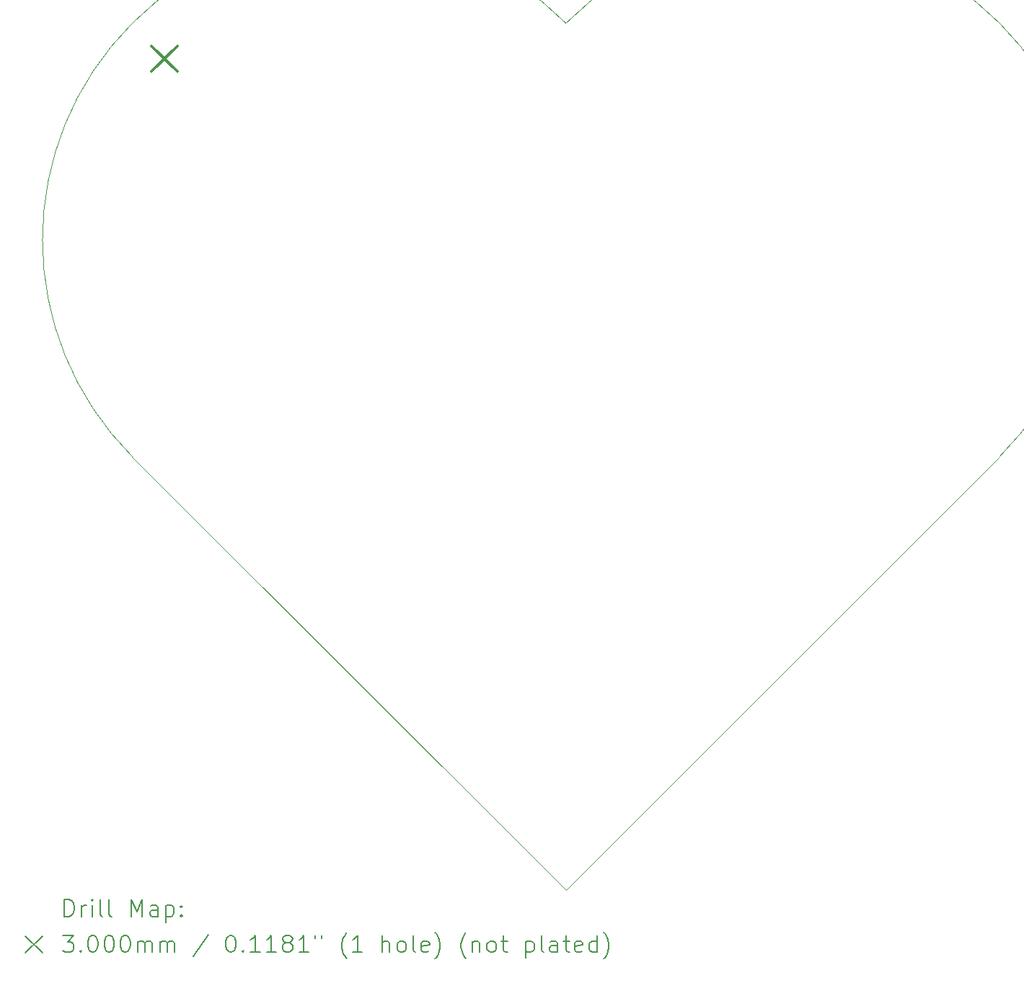
<source format=gbr>
%TF.GenerationSoftware,KiCad,Pcbnew,8.0.2*%
%TF.CreationDate,2024-12-06T21:47:19-05:00*%
%TF.ProjectId,ekg-main,656b672d-6d61-4696-9e2e-6b696361645f,rev?*%
%TF.SameCoordinates,Original*%
%TF.FileFunction,Drillmap*%
%TF.FilePolarity,Positive*%
%FSLAX45Y45*%
G04 Gerber Fmt 4.5, Leading zero omitted, Abs format (unit mm)*
G04 Created by KiCad (PCBNEW 8.0.2) date 2024-12-06 21:47:19*
%MOMM*%
%LPD*%
G01*
G04 APERTURE LIST*
%ADD10C,0.050000*%
%ADD11C,0.200000*%
%ADD12C,0.300000*%
G04 APERTURE END LIST*
D10*
X17000000Y-10300000D02*
X22088766Y-15388766D01*
X22091660Y-5208340D02*
G75*
G02*
X27183320Y-10300000I2545830J-2545830D01*
G01*
X17000000Y-10300000D02*
G75*
G02*
X22091660Y-5208340I2545830J2545830D01*
G01*
X27183320Y-10300000D02*
X22088766Y-15388766D01*
D11*
D12*
X17225251Y-5475251D02*
X17525251Y-5775251D01*
X17525251Y-5475251D02*
X17225251Y-5775251D01*
D11*
X16203759Y-15702750D02*
X16203759Y-15502750D01*
X16203759Y-15502750D02*
X16251378Y-15502750D01*
X16251378Y-15502750D02*
X16279950Y-15512274D01*
X16279950Y-15512274D02*
X16298998Y-15531321D01*
X16298998Y-15531321D02*
X16308521Y-15550369D01*
X16308521Y-15550369D02*
X16318045Y-15588464D01*
X16318045Y-15588464D02*
X16318045Y-15617036D01*
X16318045Y-15617036D02*
X16308521Y-15655131D01*
X16308521Y-15655131D02*
X16298998Y-15674178D01*
X16298998Y-15674178D02*
X16279950Y-15693226D01*
X16279950Y-15693226D02*
X16251378Y-15702750D01*
X16251378Y-15702750D02*
X16203759Y-15702750D01*
X16403759Y-15702750D02*
X16403759Y-15569416D01*
X16403759Y-15607512D02*
X16413283Y-15588464D01*
X16413283Y-15588464D02*
X16422807Y-15578940D01*
X16422807Y-15578940D02*
X16441855Y-15569416D01*
X16441855Y-15569416D02*
X16460902Y-15569416D01*
X16527569Y-15702750D02*
X16527569Y-15569416D01*
X16527569Y-15502750D02*
X16518045Y-15512274D01*
X16518045Y-15512274D02*
X16527569Y-15521797D01*
X16527569Y-15521797D02*
X16537093Y-15512274D01*
X16537093Y-15512274D02*
X16527569Y-15502750D01*
X16527569Y-15502750D02*
X16527569Y-15521797D01*
X16651378Y-15702750D02*
X16632331Y-15693226D01*
X16632331Y-15693226D02*
X16622807Y-15674178D01*
X16622807Y-15674178D02*
X16622807Y-15502750D01*
X16756140Y-15702750D02*
X16737093Y-15693226D01*
X16737093Y-15693226D02*
X16727569Y-15674178D01*
X16727569Y-15674178D02*
X16727569Y-15502750D01*
X16984712Y-15702750D02*
X16984712Y-15502750D01*
X16984712Y-15502750D02*
X17051379Y-15645607D01*
X17051379Y-15645607D02*
X17118045Y-15502750D01*
X17118045Y-15502750D02*
X17118045Y-15702750D01*
X17298998Y-15702750D02*
X17298998Y-15597988D01*
X17298998Y-15597988D02*
X17289474Y-15578940D01*
X17289474Y-15578940D02*
X17270426Y-15569416D01*
X17270426Y-15569416D02*
X17232331Y-15569416D01*
X17232331Y-15569416D02*
X17213283Y-15578940D01*
X17298998Y-15693226D02*
X17279950Y-15702750D01*
X17279950Y-15702750D02*
X17232331Y-15702750D01*
X17232331Y-15702750D02*
X17213283Y-15693226D01*
X17213283Y-15693226D02*
X17203760Y-15674178D01*
X17203760Y-15674178D02*
X17203760Y-15655131D01*
X17203760Y-15655131D02*
X17213283Y-15636083D01*
X17213283Y-15636083D02*
X17232331Y-15626559D01*
X17232331Y-15626559D02*
X17279950Y-15626559D01*
X17279950Y-15626559D02*
X17298998Y-15617036D01*
X17394236Y-15569416D02*
X17394236Y-15769416D01*
X17394236Y-15578940D02*
X17413283Y-15569416D01*
X17413283Y-15569416D02*
X17451379Y-15569416D01*
X17451379Y-15569416D02*
X17470426Y-15578940D01*
X17470426Y-15578940D02*
X17479950Y-15588464D01*
X17479950Y-15588464D02*
X17489474Y-15607512D01*
X17489474Y-15607512D02*
X17489474Y-15664655D01*
X17489474Y-15664655D02*
X17479950Y-15683702D01*
X17479950Y-15683702D02*
X17470426Y-15693226D01*
X17470426Y-15693226D02*
X17451379Y-15702750D01*
X17451379Y-15702750D02*
X17413283Y-15702750D01*
X17413283Y-15702750D02*
X17394236Y-15693226D01*
X17575188Y-15683702D02*
X17584712Y-15693226D01*
X17584712Y-15693226D02*
X17575188Y-15702750D01*
X17575188Y-15702750D02*
X17565664Y-15693226D01*
X17565664Y-15693226D02*
X17575188Y-15683702D01*
X17575188Y-15683702D02*
X17575188Y-15702750D01*
X17575188Y-15578940D02*
X17584712Y-15588464D01*
X17584712Y-15588464D02*
X17575188Y-15597988D01*
X17575188Y-15597988D02*
X17565664Y-15588464D01*
X17565664Y-15588464D02*
X17575188Y-15578940D01*
X17575188Y-15578940D02*
X17575188Y-15597988D01*
X15742983Y-15931266D02*
X15942983Y-16131266D01*
X15942983Y-15931266D02*
X15742983Y-16131266D01*
X16184712Y-15922750D02*
X16308521Y-15922750D01*
X16308521Y-15922750D02*
X16241855Y-15998940D01*
X16241855Y-15998940D02*
X16270426Y-15998940D01*
X16270426Y-15998940D02*
X16289474Y-16008464D01*
X16289474Y-16008464D02*
X16298998Y-16017988D01*
X16298998Y-16017988D02*
X16308521Y-16037036D01*
X16308521Y-16037036D02*
X16308521Y-16084655D01*
X16308521Y-16084655D02*
X16298998Y-16103702D01*
X16298998Y-16103702D02*
X16289474Y-16113226D01*
X16289474Y-16113226D02*
X16270426Y-16122750D01*
X16270426Y-16122750D02*
X16213283Y-16122750D01*
X16213283Y-16122750D02*
X16194236Y-16113226D01*
X16194236Y-16113226D02*
X16184712Y-16103702D01*
X16394236Y-16103702D02*
X16403759Y-16113226D01*
X16403759Y-16113226D02*
X16394236Y-16122750D01*
X16394236Y-16122750D02*
X16384712Y-16113226D01*
X16384712Y-16113226D02*
X16394236Y-16103702D01*
X16394236Y-16103702D02*
X16394236Y-16122750D01*
X16527569Y-15922750D02*
X16546617Y-15922750D01*
X16546617Y-15922750D02*
X16565664Y-15932274D01*
X16565664Y-15932274D02*
X16575188Y-15941797D01*
X16575188Y-15941797D02*
X16584712Y-15960845D01*
X16584712Y-15960845D02*
X16594236Y-15998940D01*
X16594236Y-15998940D02*
X16594236Y-16046559D01*
X16594236Y-16046559D02*
X16584712Y-16084655D01*
X16584712Y-16084655D02*
X16575188Y-16103702D01*
X16575188Y-16103702D02*
X16565664Y-16113226D01*
X16565664Y-16113226D02*
X16546617Y-16122750D01*
X16546617Y-16122750D02*
X16527569Y-16122750D01*
X16527569Y-16122750D02*
X16508521Y-16113226D01*
X16508521Y-16113226D02*
X16498998Y-16103702D01*
X16498998Y-16103702D02*
X16489474Y-16084655D01*
X16489474Y-16084655D02*
X16479950Y-16046559D01*
X16479950Y-16046559D02*
X16479950Y-15998940D01*
X16479950Y-15998940D02*
X16489474Y-15960845D01*
X16489474Y-15960845D02*
X16498998Y-15941797D01*
X16498998Y-15941797D02*
X16508521Y-15932274D01*
X16508521Y-15932274D02*
X16527569Y-15922750D01*
X16718045Y-15922750D02*
X16737093Y-15922750D01*
X16737093Y-15922750D02*
X16756140Y-15932274D01*
X16756140Y-15932274D02*
X16765664Y-15941797D01*
X16765664Y-15941797D02*
X16775188Y-15960845D01*
X16775188Y-15960845D02*
X16784712Y-15998940D01*
X16784712Y-15998940D02*
X16784712Y-16046559D01*
X16784712Y-16046559D02*
X16775188Y-16084655D01*
X16775188Y-16084655D02*
X16765664Y-16103702D01*
X16765664Y-16103702D02*
X16756140Y-16113226D01*
X16756140Y-16113226D02*
X16737093Y-16122750D01*
X16737093Y-16122750D02*
X16718045Y-16122750D01*
X16718045Y-16122750D02*
X16698998Y-16113226D01*
X16698998Y-16113226D02*
X16689474Y-16103702D01*
X16689474Y-16103702D02*
X16679950Y-16084655D01*
X16679950Y-16084655D02*
X16670426Y-16046559D01*
X16670426Y-16046559D02*
X16670426Y-15998940D01*
X16670426Y-15998940D02*
X16679950Y-15960845D01*
X16679950Y-15960845D02*
X16689474Y-15941797D01*
X16689474Y-15941797D02*
X16698998Y-15932274D01*
X16698998Y-15932274D02*
X16718045Y-15922750D01*
X16908521Y-15922750D02*
X16927569Y-15922750D01*
X16927569Y-15922750D02*
X16946617Y-15932274D01*
X16946617Y-15932274D02*
X16956141Y-15941797D01*
X16956141Y-15941797D02*
X16965664Y-15960845D01*
X16965664Y-15960845D02*
X16975188Y-15998940D01*
X16975188Y-15998940D02*
X16975188Y-16046559D01*
X16975188Y-16046559D02*
X16965664Y-16084655D01*
X16965664Y-16084655D02*
X16956141Y-16103702D01*
X16956141Y-16103702D02*
X16946617Y-16113226D01*
X16946617Y-16113226D02*
X16927569Y-16122750D01*
X16927569Y-16122750D02*
X16908521Y-16122750D01*
X16908521Y-16122750D02*
X16889474Y-16113226D01*
X16889474Y-16113226D02*
X16879950Y-16103702D01*
X16879950Y-16103702D02*
X16870426Y-16084655D01*
X16870426Y-16084655D02*
X16860902Y-16046559D01*
X16860902Y-16046559D02*
X16860902Y-15998940D01*
X16860902Y-15998940D02*
X16870426Y-15960845D01*
X16870426Y-15960845D02*
X16879950Y-15941797D01*
X16879950Y-15941797D02*
X16889474Y-15932274D01*
X16889474Y-15932274D02*
X16908521Y-15922750D01*
X17060902Y-16122750D02*
X17060902Y-15989416D01*
X17060902Y-16008464D02*
X17070426Y-15998940D01*
X17070426Y-15998940D02*
X17089474Y-15989416D01*
X17089474Y-15989416D02*
X17118045Y-15989416D01*
X17118045Y-15989416D02*
X17137093Y-15998940D01*
X17137093Y-15998940D02*
X17146617Y-16017988D01*
X17146617Y-16017988D02*
X17146617Y-16122750D01*
X17146617Y-16017988D02*
X17156141Y-15998940D01*
X17156141Y-15998940D02*
X17175188Y-15989416D01*
X17175188Y-15989416D02*
X17203760Y-15989416D01*
X17203760Y-15989416D02*
X17222807Y-15998940D01*
X17222807Y-15998940D02*
X17232331Y-16017988D01*
X17232331Y-16017988D02*
X17232331Y-16122750D01*
X17327569Y-16122750D02*
X17327569Y-15989416D01*
X17327569Y-16008464D02*
X17337093Y-15998940D01*
X17337093Y-15998940D02*
X17356141Y-15989416D01*
X17356141Y-15989416D02*
X17384712Y-15989416D01*
X17384712Y-15989416D02*
X17403760Y-15998940D01*
X17403760Y-15998940D02*
X17413283Y-16017988D01*
X17413283Y-16017988D02*
X17413283Y-16122750D01*
X17413283Y-16017988D02*
X17422807Y-15998940D01*
X17422807Y-15998940D02*
X17441855Y-15989416D01*
X17441855Y-15989416D02*
X17470426Y-15989416D01*
X17470426Y-15989416D02*
X17489474Y-15998940D01*
X17489474Y-15998940D02*
X17498998Y-16017988D01*
X17498998Y-16017988D02*
X17498998Y-16122750D01*
X17889474Y-15913226D02*
X17718045Y-16170369D01*
X18146617Y-15922750D02*
X18165665Y-15922750D01*
X18165665Y-15922750D02*
X18184712Y-15932274D01*
X18184712Y-15932274D02*
X18194236Y-15941797D01*
X18194236Y-15941797D02*
X18203760Y-15960845D01*
X18203760Y-15960845D02*
X18213284Y-15998940D01*
X18213284Y-15998940D02*
X18213284Y-16046559D01*
X18213284Y-16046559D02*
X18203760Y-16084655D01*
X18203760Y-16084655D02*
X18194236Y-16103702D01*
X18194236Y-16103702D02*
X18184712Y-16113226D01*
X18184712Y-16113226D02*
X18165665Y-16122750D01*
X18165665Y-16122750D02*
X18146617Y-16122750D01*
X18146617Y-16122750D02*
X18127569Y-16113226D01*
X18127569Y-16113226D02*
X18118045Y-16103702D01*
X18118045Y-16103702D02*
X18108522Y-16084655D01*
X18108522Y-16084655D02*
X18098998Y-16046559D01*
X18098998Y-16046559D02*
X18098998Y-15998940D01*
X18098998Y-15998940D02*
X18108522Y-15960845D01*
X18108522Y-15960845D02*
X18118045Y-15941797D01*
X18118045Y-15941797D02*
X18127569Y-15932274D01*
X18127569Y-15932274D02*
X18146617Y-15922750D01*
X18298998Y-16103702D02*
X18308522Y-16113226D01*
X18308522Y-16113226D02*
X18298998Y-16122750D01*
X18298998Y-16122750D02*
X18289474Y-16113226D01*
X18289474Y-16113226D02*
X18298998Y-16103702D01*
X18298998Y-16103702D02*
X18298998Y-16122750D01*
X18498998Y-16122750D02*
X18384712Y-16122750D01*
X18441855Y-16122750D02*
X18441855Y-15922750D01*
X18441855Y-15922750D02*
X18422807Y-15951321D01*
X18422807Y-15951321D02*
X18403760Y-15970369D01*
X18403760Y-15970369D02*
X18384712Y-15979893D01*
X18689474Y-16122750D02*
X18575188Y-16122750D01*
X18632331Y-16122750D02*
X18632331Y-15922750D01*
X18632331Y-15922750D02*
X18613284Y-15951321D01*
X18613284Y-15951321D02*
X18594236Y-15970369D01*
X18594236Y-15970369D02*
X18575188Y-15979893D01*
X18803760Y-16008464D02*
X18784712Y-15998940D01*
X18784712Y-15998940D02*
X18775188Y-15989416D01*
X18775188Y-15989416D02*
X18765665Y-15970369D01*
X18765665Y-15970369D02*
X18765665Y-15960845D01*
X18765665Y-15960845D02*
X18775188Y-15941797D01*
X18775188Y-15941797D02*
X18784712Y-15932274D01*
X18784712Y-15932274D02*
X18803760Y-15922750D01*
X18803760Y-15922750D02*
X18841855Y-15922750D01*
X18841855Y-15922750D02*
X18860903Y-15932274D01*
X18860903Y-15932274D02*
X18870426Y-15941797D01*
X18870426Y-15941797D02*
X18879950Y-15960845D01*
X18879950Y-15960845D02*
X18879950Y-15970369D01*
X18879950Y-15970369D02*
X18870426Y-15989416D01*
X18870426Y-15989416D02*
X18860903Y-15998940D01*
X18860903Y-15998940D02*
X18841855Y-16008464D01*
X18841855Y-16008464D02*
X18803760Y-16008464D01*
X18803760Y-16008464D02*
X18784712Y-16017988D01*
X18784712Y-16017988D02*
X18775188Y-16027512D01*
X18775188Y-16027512D02*
X18765665Y-16046559D01*
X18765665Y-16046559D02*
X18765665Y-16084655D01*
X18765665Y-16084655D02*
X18775188Y-16103702D01*
X18775188Y-16103702D02*
X18784712Y-16113226D01*
X18784712Y-16113226D02*
X18803760Y-16122750D01*
X18803760Y-16122750D02*
X18841855Y-16122750D01*
X18841855Y-16122750D02*
X18860903Y-16113226D01*
X18860903Y-16113226D02*
X18870426Y-16103702D01*
X18870426Y-16103702D02*
X18879950Y-16084655D01*
X18879950Y-16084655D02*
X18879950Y-16046559D01*
X18879950Y-16046559D02*
X18870426Y-16027512D01*
X18870426Y-16027512D02*
X18860903Y-16017988D01*
X18860903Y-16017988D02*
X18841855Y-16008464D01*
X19070426Y-16122750D02*
X18956141Y-16122750D01*
X19013284Y-16122750D02*
X19013284Y-15922750D01*
X19013284Y-15922750D02*
X18994236Y-15951321D01*
X18994236Y-15951321D02*
X18975188Y-15970369D01*
X18975188Y-15970369D02*
X18956141Y-15979893D01*
X19146617Y-15922750D02*
X19146617Y-15960845D01*
X19222807Y-15922750D02*
X19222807Y-15960845D01*
X19518046Y-16198940D02*
X19508522Y-16189416D01*
X19508522Y-16189416D02*
X19489474Y-16160845D01*
X19489474Y-16160845D02*
X19479950Y-16141797D01*
X19479950Y-16141797D02*
X19470427Y-16113226D01*
X19470427Y-16113226D02*
X19460903Y-16065607D01*
X19460903Y-16065607D02*
X19460903Y-16027512D01*
X19460903Y-16027512D02*
X19470427Y-15979893D01*
X19470427Y-15979893D02*
X19479950Y-15951321D01*
X19479950Y-15951321D02*
X19489474Y-15932274D01*
X19489474Y-15932274D02*
X19508522Y-15903702D01*
X19508522Y-15903702D02*
X19518046Y-15894178D01*
X19698998Y-16122750D02*
X19584712Y-16122750D01*
X19641855Y-16122750D02*
X19641855Y-15922750D01*
X19641855Y-15922750D02*
X19622807Y-15951321D01*
X19622807Y-15951321D02*
X19603760Y-15970369D01*
X19603760Y-15970369D02*
X19584712Y-15979893D01*
X19937093Y-16122750D02*
X19937093Y-15922750D01*
X20022808Y-16122750D02*
X20022808Y-16017988D01*
X20022808Y-16017988D02*
X20013284Y-15998940D01*
X20013284Y-15998940D02*
X19994236Y-15989416D01*
X19994236Y-15989416D02*
X19965665Y-15989416D01*
X19965665Y-15989416D02*
X19946617Y-15998940D01*
X19946617Y-15998940D02*
X19937093Y-16008464D01*
X20146617Y-16122750D02*
X20127569Y-16113226D01*
X20127569Y-16113226D02*
X20118046Y-16103702D01*
X20118046Y-16103702D02*
X20108522Y-16084655D01*
X20108522Y-16084655D02*
X20108522Y-16027512D01*
X20108522Y-16027512D02*
X20118046Y-16008464D01*
X20118046Y-16008464D02*
X20127569Y-15998940D01*
X20127569Y-15998940D02*
X20146617Y-15989416D01*
X20146617Y-15989416D02*
X20175189Y-15989416D01*
X20175189Y-15989416D02*
X20194236Y-15998940D01*
X20194236Y-15998940D02*
X20203760Y-16008464D01*
X20203760Y-16008464D02*
X20213284Y-16027512D01*
X20213284Y-16027512D02*
X20213284Y-16084655D01*
X20213284Y-16084655D02*
X20203760Y-16103702D01*
X20203760Y-16103702D02*
X20194236Y-16113226D01*
X20194236Y-16113226D02*
X20175189Y-16122750D01*
X20175189Y-16122750D02*
X20146617Y-16122750D01*
X20327569Y-16122750D02*
X20308522Y-16113226D01*
X20308522Y-16113226D02*
X20298998Y-16094178D01*
X20298998Y-16094178D02*
X20298998Y-15922750D01*
X20479950Y-16113226D02*
X20460903Y-16122750D01*
X20460903Y-16122750D02*
X20422808Y-16122750D01*
X20422808Y-16122750D02*
X20403760Y-16113226D01*
X20403760Y-16113226D02*
X20394236Y-16094178D01*
X20394236Y-16094178D02*
X20394236Y-16017988D01*
X20394236Y-16017988D02*
X20403760Y-15998940D01*
X20403760Y-15998940D02*
X20422808Y-15989416D01*
X20422808Y-15989416D02*
X20460903Y-15989416D01*
X20460903Y-15989416D02*
X20479950Y-15998940D01*
X20479950Y-15998940D02*
X20489474Y-16017988D01*
X20489474Y-16017988D02*
X20489474Y-16037036D01*
X20489474Y-16037036D02*
X20394236Y-16056083D01*
X20556141Y-16198940D02*
X20565665Y-16189416D01*
X20565665Y-16189416D02*
X20584712Y-16160845D01*
X20584712Y-16160845D02*
X20594236Y-16141797D01*
X20594236Y-16141797D02*
X20603760Y-16113226D01*
X20603760Y-16113226D02*
X20613284Y-16065607D01*
X20613284Y-16065607D02*
X20613284Y-16027512D01*
X20613284Y-16027512D02*
X20603760Y-15979893D01*
X20603760Y-15979893D02*
X20594236Y-15951321D01*
X20594236Y-15951321D02*
X20584712Y-15932274D01*
X20584712Y-15932274D02*
X20565665Y-15903702D01*
X20565665Y-15903702D02*
X20556141Y-15894178D01*
X20918046Y-16198940D02*
X20908522Y-16189416D01*
X20908522Y-16189416D02*
X20889474Y-16160845D01*
X20889474Y-16160845D02*
X20879950Y-16141797D01*
X20879950Y-16141797D02*
X20870427Y-16113226D01*
X20870427Y-16113226D02*
X20860903Y-16065607D01*
X20860903Y-16065607D02*
X20860903Y-16027512D01*
X20860903Y-16027512D02*
X20870427Y-15979893D01*
X20870427Y-15979893D02*
X20879950Y-15951321D01*
X20879950Y-15951321D02*
X20889474Y-15932274D01*
X20889474Y-15932274D02*
X20908522Y-15903702D01*
X20908522Y-15903702D02*
X20918046Y-15894178D01*
X20994236Y-15989416D02*
X20994236Y-16122750D01*
X20994236Y-16008464D02*
X21003760Y-15998940D01*
X21003760Y-15998940D02*
X21022808Y-15989416D01*
X21022808Y-15989416D02*
X21051379Y-15989416D01*
X21051379Y-15989416D02*
X21070427Y-15998940D01*
X21070427Y-15998940D02*
X21079950Y-16017988D01*
X21079950Y-16017988D02*
X21079950Y-16122750D01*
X21203760Y-16122750D02*
X21184712Y-16113226D01*
X21184712Y-16113226D02*
X21175189Y-16103702D01*
X21175189Y-16103702D02*
X21165665Y-16084655D01*
X21165665Y-16084655D02*
X21165665Y-16027512D01*
X21165665Y-16027512D02*
X21175189Y-16008464D01*
X21175189Y-16008464D02*
X21184712Y-15998940D01*
X21184712Y-15998940D02*
X21203760Y-15989416D01*
X21203760Y-15989416D02*
X21232331Y-15989416D01*
X21232331Y-15989416D02*
X21251379Y-15998940D01*
X21251379Y-15998940D02*
X21260903Y-16008464D01*
X21260903Y-16008464D02*
X21270427Y-16027512D01*
X21270427Y-16027512D02*
X21270427Y-16084655D01*
X21270427Y-16084655D02*
X21260903Y-16103702D01*
X21260903Y-16103702D02*
X21251379Y-16113226D01*
X21251379Y-16113226D02*
X21232331Y-16122750D01*
X21232331Y-16122750D02*
X21203760Y-16122750D01*
X21327570Y-15989416D02*
X21403760Y-15989416D01*
X21356141Y-15922750D02*
X21356141Y-16094178D01*
X21356141Y-16094178D02*
X21365665Y-16113226D01*
X21365665Y-16113226D02*
X21384712Y-16122750D01*
X21384712Y-16122750D02*
X21403760Y-16122750D01*
X21622808Y-15989416D02*
X21622808Y-16189416D01*
X21622808Y-15998940D02*
X21641855Y-15989416D01*
X21641855Y-15989416D02*
X21679951Y-15989416D01*
X21679951Y-15989416D02*
X21698998Y-15998940D01*
X21698998Y-15998940D02*
X21708522Y-16008464D01*
X21708522Y-16008464D02*
X21718046Y-16027512D01*
X21718046Y-16027512D02*
X21718046Y-16084655D01*
X21718046Y-16084655D02*
X21708522Y-16103702D01*
X21708522Y-16103702D02*
X21698998Y-16113226D01*
X21698998Y-16113226D02*
X21679951Y-16122750D01*
X21679951Y-16122750D02*
X21641855Y-16122750D01*
X21641855Y-16122750D02*
X21622808Y-16113226D01*
X21832331Y-16122750D02*
X21813284Y-16113226D01*
X21813284Y-16113226D02*
X21803760Y-16094178D01*
X21803760Y-16094178D02*
X21803760Y-15922750D01*
X21994236Y-16122750D02*
X21994236Y-16017988D01*
X21994236Y-16017988D02*
X21984712Y-15998940D01*
X21984712Y-15998940D02*
X21965665Y-15989416D01*
X21965665Y-15989416D02*
X21927570Y-15989416D01*
X21927570Y-15989416D02*
X21908522Y-15998940D01*
X21994236Y-16113226D02*
X21975189Y-16122750D01*
X21975189Y-16122750D02*
X21927570Y-16122750D01*
X21927570Y-16122750D02*
X21908522Y-16113226D01*
X21908522Y-16113226D02*
X21898998Y-16094178D01*
X21898998Y-16094178D02*
X21898998Y-16075131D01*
X21898998Y-16075131D02*
X21908522Y-16056083D01*
X21908522Y-16056083D02*
X21927570Y-16046559D01*
X21927570Y-16046559D02*
X21975189Y-16046559D01*
X21975189Y-16046559D02*
X21994236Y-16037036D01*
X22060903Y-15989416D02*
X22137093Y-15989416D01*
X22089474Y-15922750D02*
X22089474Y-16094178D01*
X22089474Y-16094178D02*
X22098998Y-16113226D01*
X22098998Y-16113226D02*
X22118046Y-16122750D01*
X22118046Y-16122750D02*
X22137093Y-16122750D01*
X22279951Y-16113226D02*
X22260903Y-16122750D01*
X22260903Y-16122750D02*
X22222808Y-16122750D01*
X22222808Y-16122750D02*
X22203760Y-16113226D01*
X22203760Y-16113226D02*
X22194236Y-16094178D01*
X22194236Y-16094178D02*
X22194236Y-16017988D01*
X22194236Y-16017988D02*
X22203760Y-15998940D01*
X22203760Y-15998940D02*
X22222808Y-15989416D01*
X22222808Y-15989416D02*
X22260903Y-15989416D01*
X22260903Y-15989416D02*
X22279951Y-15998940D01*
X22279951Y-15998940D02*
X22289474Y-16017988D01*
X22289474Y-16017988D02*
X22289474Y-16037036D01*
X22289474Y-16037036D02*
X22194236Y-16056083D01*
X22460903Y-16122750D02*
X22460903Y-15922750D01*
X22460903Y-16113226D02*
X22441855Y-16122750D01*
X22441855Y-16122750D02*
X22403760Y-16122750D01*
X22403760Y-16122750D02*
X22384712Y-16113226D01*
X22384712Y-16113226D02*
X22375189Y-16103702D01*
X22375189Y-16103702D02*
X22365665Y-16084655D01*
X22365665Y-16084655D02*
X22365665Y-16027512D01*
X22365665Y-16027512D02*
X22375189Y-16008464D01*
X22375189Y-16008464D02*
X22384712Y-15998940D01*
X22384712Y-15998940D02*
X22403760Y-15989416D01*
X22403760Y-15989416D02*
X22441855Y-15989416D01*
X22441855Y-15989416D02*
X22460903Y-15998940D01*
X22537093Y-16198940D02*
X22546617Y-16189416D01*
X22546617Y-16189416D02*
X22565665Y-16160845D01*
X22565665Y-16160845D02*
X22575189Y-16141797D01*
X22575189Y-16141797D02*
X22584712Y-16113226D01*
X22584712Y-16113226D02*
X22594236Y-16065607D01*
X22594236Y-16065607D02*
X22594236Y-16027512D01*
X22594236Y-16027512D02*
X22584712Y-15979893D01*
X22584712Y-15979893D02*
X22575189Y-15951321D01*
X22575189Y-15951321D02*
X22565665Y-15932274D01*
X22565665Y-15932274D02*
X22546617Y-15903702D01*
X22546617Y-15903702D02*
X22537093Y-15894178D01*
M02*

</source>
